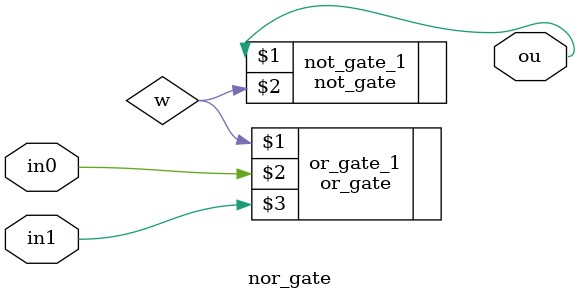
<source format=v>
module nor_gate(
    ou,in0,in1
);
    output ou;
    input in0,in1;
    wire w;
    or_gate or_gate_1(w,in0,in1);
    not_gate not_gate_1(ou,w);
endmodule
</source>
